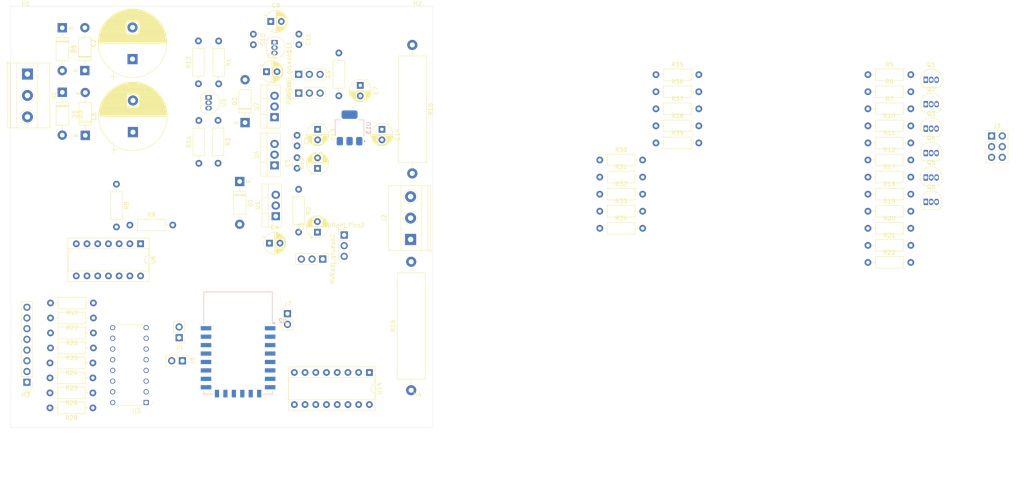
<source format=kicad_pcb>
(kicad_pcb (version 20240108) (generator "pcbnew") (generator_version "8.0")
  (layers (0 "F.Cu" signal) (31 "B.Cu" signal) (34 "B.Paste" user) (35 "F.Paste" user) (36 "B.SilkS" user "B.Silkscreen") (37 "F.SilkS" user "F.Silkscreen") (38 "B.Mask" user) (39 "F.Mask" user) (44 "Edge.Cuts" user))
  (net 0 "")
  (net 1 "+12V")
  (net 2 "DP")
  (net 3 "GND")
  (net 4 "Net-(U1-ADJ)")
  (net 5 "+5V")
  (net 6 "-12V")
  (net 7 "Net-(U7-ADJ)")
  (net 8 "-5V")
  (net 9 "+3V3")
  (net 10 "+12VA")
  (net 11 "-12VA")
  (net 12 "A0")
  (net 13 "Net-(Q1-B)")
  (net 14 "Net-(Q2-B)")
  (net 15 "A1")
  (net 16 "Net-(Q3-B)")
  (net 17 "A2")
  (net 18 "A3")
  (net 19 "Net-(Q4-B)")
  (net 20 "A4")
  (net 21 "Net-(Q5-B)")
  (net 22 "Net-(Q6-B)")
  (net 23 "A5")
  (net 24 "+1V2")
  (net 25 "-1V2")
  (net 26 "Dig0+")
  (net 27 "Dig1+")
  (net 28 "Net-(U6A--)")
  (net 29 "Dig2+")
  (net 30 "Dig0-")
  (net 31 "Dig1-")
  (net 32 "Dig2-")
  (net 33 "Net-(RVRadj_grueso1-Pad3)")
  (net 34 "TX_esp")
  (net 35 "RX_esp")
  (net 37 "G")
  (net 38 "C")
  (net 39 "D")
  (net 40 "B")
  (net 41 "E")
  (net 42 "A")
  (net 43 "F")
  (net 44 "Net-(RVRadj_fino2-Pad2)")
  (net 45 "A_mux")
  (net 46 "B_mux")
  (net 48 "Vadc")
  (net 52 "Io1+")
  (net 53 "Io1-")
  (net 54 "Vout-")
  (net 55 "Vout+")
  (net 56 "Net-(U2-GPIO4)")
  (net 57 "Vadc-")
  (net 58 "Net-(U6C-+)")
  (net 59 "Net-(U6B-+)")
  (net 60 "Net-(U6B--)")
  (net 61 "Iadc-")
  (net 62 "Net-(U6D-+)")
  (net 63 "Net-(U6D--)")
  (net 64 "Iadc+")
  (net 65 "Vadc+")
  (net 66 "Net-(U3-A)")
  (net 67 "Net-(U3-B)")
  (net 68 "Net-(U3-C)")
  (net 69 "Net-(U3-D)")
  (net 70 "Net-(U3-E)")
  (net 71 "Net-(U3-F)")
  (net 72 "Net-(U3-G)")
  (net 73 "BCD_D")
  (net 74 "BCD_A")
  (net 75 "BCD_B")
  (net 76 "BCD_C")
  (net 81 "Net-(J6-Pin_1)")
  (net 82 "Net-(J7-Pin_2)")
  (footprint "Capacitor_THT:CP_Radial_D5.0mm_P2.50mm" (layer "F.Cu") (at 81.66 23.645)
    (property "Reference" "C9" (at 1.25 -3.75 360) (layer "F.SilkS"))
    (property "Value" "100uF")
    (pad "1" thru_hole rect (at 0 0) (size 1.6 1.6) (drill 0.8) (layers "*.Cu" "*.Mask") (net 3 "GND"))
    (pad "2" thru_hole circle (at 2.5 0) (size 1.6 1.6) (drill 0.8) (layers "*.Cu" "*.Mask") (net 6 "-12V"))
  )
  (footprint "Resistor_THT:R_Axial_DIN0207_L6.3mm_D2.5mm_P10.16mm_Horizontal" (layer "F.Cu") (at 223.18 56.51)
    (property "Reference" "R12" (at 5.08 -2.37 0) (layer "F.SilkS"))
    (property "Value" "1k")
    (pad "1" thru_hole circle (at 0 0) (size 1.6 1.6) (drill 0.8) (layers "*.Cu" "*.Mask") (net 31 "Dig1-"))
    (pad "2" thru_hole oval (at 10.16 0) (size 1.6 1.6) (drill 0.8) (layers "*.Cu" "*.Mask") (net 19 "Net-(Q4-B)"))
  )
  (footprint "Resistor_THT:R_Axial_DIN0207_L6.3mm_D2.5mm_P10.16mm_Horizontal" (layer "F.Cu") (at 223.18 76.76)
    (property "Reference" "R21" (at 5.08 -2.37 0) (layer "F.SilkS"))
    (property "Value" "10k")
    (pad "1" thru_hole circle (at 0 0) (size 1.6 1.6) (drill 0.8) (layers "*.Cu" "*.Mask") (net 5 "+5V"))
    (pad "2" thru_hole oval (at 10.16 0) (size 1.6 1.6) (drill 0.8) (layers "*.Cu" "*.Mask") (net 21 "Net-(Q5-B)"))
  )
  (footprint "Package_TO_SOT_THT:TO-92_Inline" (layer "F.Cu") (at 236.9 66.44)
    (property "Reference" "Q6" (at 1.27 -3.56 0) (layer "F.SilkS"))
    (property "Value" "BC327")
    (pad "1" thru_hole rect (at 0 0) (size 1.05 1.5) (drill 0.75) (layers "*.Cu" "*.Mask") (net 5 "+5V"))
    (pad "2" thru_hole oval (at 1.27 0) (size 1.05 1.5) (drill 0.75) (layers "*.Cu" "*.Mask") (net 22 "Net-(Q6-B)"))
    (pad "3" thru_hole oval (at 2.54 0) (size 1.05 1.5) (drill 0.75) (layers "*.Cu" "*.Mask") (net 23 "A5"))
  )
  (footprint "Resistor_THT:R_Axial_Power_L25.0mm_W6.4mm_P30.48mm" (layer "F.Cu") (at 114.935 111.13 90)
    (property "Reference" "R15" (at 15.24 -4.32 90) (layer "F.SilkS"))
    (property "Value" "E100")
    (pad "1" thru_hole circle (at 0 0 90) (size 2.4 2.4) (drill 1.2) (layers "*.Cu" "*.Mask") (net 52 "Io1+"))
    (pad "2" thru_hole oval (at 30.48 0 90) (size 2.4 2.4) (drill 1.2) (layers "*.Cu" "*.Mask") (net 55 "Vout+"))
  )
  (footprint "Resistor_THT:R_Axial_DIN0207_L6.3mm_D2.5mm_P10.16mm_Horizontal" (layer "F.Cu") (at 39.497 115.316 180)
    (property "Reference" "R28" (at 5.08 -2.37 360) (layer "F.SilkS"))
    (property "Value" "120")
    (pad "1" thru_hole circle (at 0 0 180) (size 1.6 1.6) (drill 0.8) (layers "*.Cu" "*.Mask") (net 71 "Net-(U3-F)"))
    (pad "2" thru_hole oval (at 10.16 0 180) (size 1.6 1.6) (drill 0.8) (layers "*.Cu" "*.Mask") (net 43 "F"))
  )
  (footprint "Package_DIP:CERDIP-16_W7.62mm_SideBrazed_Socket" (layer "F.Cu") (at 105.029 106.911 -90)
    (property "Reference" "U14" (at 3.81 -2.33 90) (layer "F.SilkS"))
    (property "Value" "CD4051B")
    (pad "1" thru_hole rect (at 0 0 270) (size 1.6 1.6) (drill 0.8) (layers "*.Cu" "*.Mask"))
    (pad "2" thru_hole circle (at 0 2.54 270) (size 1.6 1.6) (drill 0.8) (layers "*.Cu" "*.Mask"))
    (pad "3" thru_hole circle (at 0 5.08 270) (size 1.6 1.6) (drill 0.8) (layers "*.Cu" "*.Mask") (net 48 "Vadc"))
    (pad "4" thru_hole circle (at 0 7.62 270) (size 1.6 1.6) (drill 0.8) (layers "*.Cu" "*.Mask"))
    (pad "5" thru_hole circle (at 0 10.16 270) (size 1.6 1.6) (drill 0.8) (layers "*.Cu" "*.Mask"))
    (pad "6" thru_hole circle (at 0 12.7 270) (size 1.6 1.6) (drill 0.8) (layers "*.Cu" "*.Mask") (net 3 "GND"))
    (pad "7" thru_hole circle (at 0 15.24 270) (size 1.6 1.6) (drill 0.8) (layers "*.Cu" "*.Mask") (net 3 "GND"))
    (pad "8" thru_hole circle (at 0 17.78 270) (size 1.6 1.6) (drill 0.8) (layers "*.Cu" "*.Mask") (net 3 "GND"))
    (pad "9" thru_hole circle (at 7.62 17.78 270) (size 1.6 1.6) (drill 0.8) (layers "*.Cu" "*.Mask") (net 3 "GND"))
    (pad "10" thru_hole circle (at 7.62 15.24 270) (size 1.6 1.6) (drill 0.8) (layers "*.Cu" "*.Mask") (net 46 "B_mux"))
    (pad "11" thru_hole circle (at 7.62 12.7 270) (size 1.6 1.6) (drill 0.8) (layers "*.Cu" "*.Mask") (net 45 "A_mux"))
    (pad "12" thru_hole circle (at 7.62 10.16 270) (size 1.6 1.6) (drill 0.8) (layers "*.Cu" "*.Mask") (net 61 "Iadc-"))
    (pad "13" thru_hole circle (at 7.62 7.62 270) (size 1.6 1.6) (drill 0.8) (layers "*.Cu" "*.Mask") (net 65 "Vadc+"))
    (pad "14" thru_hole circle (at 7.62 5.08 270) (size 1.6 1.6) (drill 0.8) (layers "*.Cu" "*.Mask") (net 57 "Vadc-"))
    (pad "15" thru_hole circle (at 7.62 2.54 270) (size 1.6 1.6) (drill 0.8) (layers "*.Cu" "*.Mask") (net 64 "Iadc+"))
    (pad "16" thru_hole circle (at 7.62 0 270) (size 1.6 1.6) (drill 0.8) (layers "*.Cu" "*.Mask") (net 5 "+5V"))
  )
  (footprint "Resistor_THT:R_Axial_DIN0207_L6.3mm_D2.5mm_P10.16mm_Horizontal" (layer "F.Cu") (at 172.94 52.46)
    (property "Reference" "R39" (at 5.08 -2.37 0) (layer "F.SilkS"))
    (property "Value" "10k")
    (pad "1" thru_hole circle (at 0 0) (size 1.6 1.6) (drill 0.8) (layers "*.Cu" "*.Mask") (net 63 "Net-(U6D--)"))
    (pad "2" thru_hole oval (at 10.16 0) (size 1.6 1.6) (drill 0.8) (layers "*.Cu" "*.Mask") (net 64 "Iadc+"))
  )
  (footprint "Resistor_THT:R_Axial_DIN0207_L6.3mm_D2.5mm_P10.16mm_Horizontal" (layer "F.Cu") (at 223.18 60.56)
    (property "Reference" "R17" (at 5.08 -2.37 0) (layer "F.SilkS"))
    (property "Value" "10k")
    (pad "1" thru_hole circle (at 0 0) (size 1.6 1.6) (drill 0.8) (layers "*.Cu" "*.Mask") (net 5 "+5V"))
    (pad "2" thru_hole oval (at 10.16 0) (size 1.6 1.6) (drill 0.8) (layers "*.Cu" "*.Mask") (net 16 "Net-(Q3-B)"))
  )
  (footprint "Connector_PinHeader_2.54mm:PinHeader_1x03_P2.54mm_Vertical" (layer "F.Cu") (at 93.98 80.01 -90)
    (property "Reference" "RVRadj_grueso2" (at 0 -2.33 90) (layer "F.SilkS"))
    (property "Value" "5k")
    (pad "1" thru_hole rect (at 0 0 270) (size 1.7 1.7) (drill 1) (layers "*.Cu" "*.Mask") (net 44 "Net-(RVRadj_fino2-Pad2)"))
    (pad "2" thru_hole oval (at 0 2.54 270) (size 1.7 1.7) (drill 1) (layers "*.Cu" "*.Mask") (net 25 "-1V2"))
    (pad "3" thru_hole oval (at 0 5.08 270) (size 1.7 1.7) (drill 1) (layers "*.Cu" "*.Mask") (net 25 "-1V2"))
  )
  (footprint "Package_TO_SOT_THT:TO-220-3_Vertical" (layer "F.Cu") (at 82.55 57.785 90)
    (property "Reference" "U4" (at 2.54 -4.27 90) (layer "F.SilkS"))
    (property "Value" "LM7805_TO220")
    (pad "1" thru_hole rect (at 0 0 90) (size 1.905 2) (drill 1.1) (layers "*.Cu" "*.Mask") (net 1 "+12V"))
    (pad "2" thru_hole oval (at 2.54 0 90) (size 1.905 2) (drill 1.1) (layers "*.Cu" "*.Mask") (net 3 "GND"))
    (pad "3" thru_hole oval (at 5.08 0 90) (size 1.905 2) (drill 1.1) (layers "*.Cu" "*.Mask") (net 5 "+5V"))
  )
  (footprint "Resistor_THT:R_Axial_DIN0207_L6.3mm_D2.5mm_P10.16mm_Horizontal" (layer "F.Cu") (at 64.615 57.295 90)
    (property "Reference" "R14" (at 5.08 -2.37 90) (layer "F.SilkS"))
    (property "Value" "10k")
    (pad "1" thru_hole circle (at 0 0 90) (size 1.6 1.6) (drill 0.8) (layers "*.Cu" "*.Mask") (net 3 "GND"))
    (pad "2" thru_hole oval (at 10.16 0 90) (size 1.6 1.6) (drill 0.8) (layers "*.Cu" "*.Mask") (net 25 "-1V2"))
  )
  (footprint "Package_TO_SOT_THT:TO-220-3_Vertical" (layer "F.Cu") (at 82.55 46.355 90)
    (property "Reference" "U7" (at 2.54 -4.27 90) (layer "F.SilkS"))
    (property "Value" "LM337_TO220")
    (pad "1" thru_hole rect (at 0 0 90) (size 1.905 2) (drill 1.1) (layers "*.Cu" "*.Mask") (net 7 "Net-(U7-ADJ)"))
    (pad "2" thru_hole oval (at 2.54 0 90) (size 1.905 2) (drill 1.1) (layers "*.Cu" "*.Mask") (net 6 "-12V"))
    (pad "3" thru_hole oval (at 5.08 0 90) (size 1.905 2) (drill 1.1) (layers "*.Cu" "*.Mask") (net 53 "Io1-"))
  )
  (footprint "Connector_PinHeader_2.54mm:PinHeader_1x03_P2.54mm_Vertical" (layer "F.Cu") (at 99.06 74.295)
    (property "Reference" "RVRadj_fino2" (at 0 -2.33 360) (layer "F.SilkS"))
    (property "Value" "500")
    (pad "1" thru_hole rect (at 0 0) (size 1.7 1.7) (drill 1) (layers "*.Cu" "*.Mask") (net 4 "Net-(U1-ADJ)"))
    (pad "2" thru_hole oval (at 0 2.54) (size 1.7 1.7) (drill 1) (layers "*.Cu" "*.Mask") (net 44 "Net-(RVRadj_fino2-Pad2)"))
    (pad "3" thru_hole oval (at 0 5.08) (size 1.7 1.7) (drill 1) (layers "*.Cu" "*.Mask") (net 44 "Net-(RVRadj_fino2-Pad2)"))
  )
  (footprint "Resistor_THT:R_Axial_DIN0207_L6.3mm_D2.5mm_P10.16mm_Horizontal" (layer "F.Cu") (at 97.79 41.275 90)
    (property "Reference" "R4" (at 5.08 -2.37 90) (layer "F.SilkS"))
    (property "Value" "510")
    (pad "1" thru_hole circle (at 0 0 90) (size 1.6 1.6) (drill 0.8) (layers "*.Cu" "*.Mask") (net 7 "Net-(U7-ADJ)"))
    (pad "2" thru_hole oval (at 10.16 0 90) (size 1.6 1.6) (drill 0.8) (layers "*.Cu" "*.Mask") (net 53 "Io1-"))
  )
  (footprint "TerminalBlock_Phoenix:TerminalBlock_Phoenix_MKDS-1,5-3-5.08_1x03_P5.08mm_Horizontal" (layer "F.Cu") (at 24 36.12 -90)
    (property "Reference" "J1" (at 5.08 -6.26 -90) (layer "F.SilkS"))
    (property "Value" "Fuente")
    (pad "1" thru_hole rect (at 0 0 270) (size 2.6 2.6) (drill 1.3) (layers "*.Cu" "*.Mask") (net 11 "-12VA"))
    (pad "2" thru_hole circle (at 5.08 0 270) (size 2.6 2.6) (drill 1.3) (layers "*.Cu" "*.Mask") (net 3 "GND"))
    (pad "3" thru_hole circle (at 10.16 0 270) (size 2.6 2.6) (drill 1.3) (layers "*.Cu" "*.Mask") (net 10 "+12VA"))
  )
  (footprint "Resistor_THT:R_Axial_DIN0207_L6.3mm_D2.5mm_P10.16mm_Horizontal" (layer "F.Cu") (at 39.624 90.424 180)
    (property "Reference" "R42" (at 5.08 -2.37 360) (layer "F.SilkS"))
    (property "Value" "120")
    (pad "1" thru_hole circle (at 0 0 180) (size 1.6 1.6) (drill 0.8) (layers "*.Cu" "*.Mask") (net 56 "Net-(U2-GPIO4)"))
    (pad "2" thru_hole oval (at 10.16 0 180) (size 1.6 1.6) (drill 0.8) (layers "*.Cu" "*.Mask") (net 2 "DP"))
  )
  (footprint "MountingHole:MountingHole_3.2mm_M3" (layer "F.Cu") (at 116.4 23.6)
    (property "Reference" "H2" (at 0 -4.2 0) (layer "F.SilkS"))
    (property "Value" "MountingHole")
    (pad "" np_thru_hole circle (at 0 0) (size 3.2 3.2) (drill 3.2) (layers "*.Cu" "*.Mask"))
  )
  (footprint "Package_TO_SOT_THT:TO-92_Inline" (layer "F.Cu") (at 82.55 28.575 -90)
    (property "Reference" "U11" (at 1.27 -3.56 90) (layer "F.SilkS"))
    (property "Value" "LM79L05")
    (pad "1" thru_hole rect (at 0 0 270) (size 1.05 1.5) (drill 0.75) (layers "*.Cu" "*.Mask") (net 3 "GND"))
    (pad "2" thru_hole oval (at 1.27 0 270) (size 1.05 1.5) (drill 0.75) (layers "*.Cu" "*.Mask") (net 6 "-12V"))
    (pad "3" thru_hole oval (at 2.54 0 270) (size 1.05 1.5) (drill 0.75) (layers "*.Cu" "*.Mask") (net 8 "-5V"))
  )
  (footprint "MountingHole:MountingHole_3.2mm_M3" (layer "F.Cu") (at 23.6 116.4)
    (property "Reference" "H3" (at 0 -4.2 0) (layer "F.SilkS"))
    (property "Value" "MountingHole")
    (pad "" np_thru_hole circle (at 0 0) (size 3.2 3.2) (drill 3.2) (layers "*.Cu" "*.Mask"))
  )
  (footprint "Resistor_THT:R_Axial_DIN0207_L6.3mm_D2.5mm_P10.16mm_Horizontal" (layer "F.Cu") (at 88.265 63.46 -90)
    (property "Reference" "R2" (at 5.08 -2.37 90) (layer "F.SilkS"))
    (property "Value" "510")
    (pad "1" thru_hole circle (at 0 0 270) (size 1.6 1.6) (drill 0.8) (layers "*.Cu" "*.Mask") (net 52 "Io1+"))
    (pad "2" thru_hole oval (at 10.16 0 270) (size 1.6 1.6) (drill 0.8) (layers "*.Cu" "*.Mask") (net 4 "Net-(U1-ADJ)"))
  )
  (footprint "Connector_PinHeader_2.54mm:PinHeader_1x02_P2.54mm_Vertical" (layer "F.Cu") (at 59.944 98.656 180)
    (property "Reference" "J5" (at 0 -2.33 360) (layer "F.SilkS"))
    (property "Value" "UART")
    (pad "1" thru_hole rect (at 0 0 180) (size 1.7 1.7) (drill 1) (layers "*.Cu" "*.Mask") (net 35 "RX_esp"))
    (pad "2" thru_hole oval (at 0 2.54 180) (size 1.7 1.7) (drill 1) (layers "*.Cu" "*.Mask") (net 34 "TX_esp"))
  )
  (footprint "Resistor_THT:R_Axial_DIN0207_L6.3mm_D2.5mm_P10.16mm_Horizontal" (layer "F.Cu") (at 223.18 40.31)
    (property "Reference" "R6" (at 5.08 -2.37 0) (layer "F.SilkS"))
    (property "Value" "1k")
    (pad "1" thru_hole circle (at 0 0) (size 1.6 1.6) (drill 0.8) (layers "*.Cu" "*.Mask") (net 30 "Dig0-"))
    (pad "2" thru_hole oval (at 10.16 0) (size 1.6 1.6) (drill 0.8) (layers "*.Cu" "*.Mask") (net 14 "Net-(Q2-B)"))
  )
  (footprint "Resistor_THT:R_Axial_DIN0207_L6.3mm_D2.5mm_P10.16mm_Horizontal" (layer "F.Cu") (at 159.63 60.56)
    (property "Reference" "R31" (at 5.08 -2.37 0) (layer "F.SilkS"))
    (property "Value" "10k")
    (pad "1" thru_hole circle (at 0 0) (size 1.6 1.6) (drill 0.8) (layers "*.Cu" "*.Mask") (net 55 "Vout+"))
    (pad "2" thru_hole oval (at 10.16 0) (size 1.6 1.6) (drill 0.8) (layers "*.Cu" "*.Mask") (net 58 "Net-(U6C-+)"))
  )
  (footprint "Resistor_THT:R_Axial_DIN0207_L6.3mm_D2.5mm_P10.16mm_Horizontal" (layer "F.Cu") (at 39.497 104.648 180)
    (property "Reference" "R24" (at 5.08 -2.37 360) (layer "F.SilkS"))
    (property "Value" "120")
    (pad "1" thru_hole circle (at 0 0 180) (size 1.6 1.6) (drill 0.8) (layers "*.Cu" "*.Mask") (net 67 "Net-(U3-B)"))
    (pad "2" thru_hole oval (at 10.16 0 180) (size 1.6 1.6) (drill 0.8) (layers "*.Cu" "*.Mask") (net 40 "B"))
  )
  (footprint "Resistor_THT:R_Axial_DIN0207_L6.3mm_D2.5mm_P10.16mm_Horizontal" (layer "F.Cu") (at 48.27 71.94)
    (property "Reference" "R9" (at 5.08 -2.37 360) (layer "F.SilkS"))
    (property "Value" "10k")
    (pad "1" thru_hole circle (at 0 0) (size 1.6 1.6) (drill 0.8) (layers "*.Cu" "*.Mask") (net 28 "Net-(U6A--)"))
    (pad "2" thru_hole oval (at 10.16 0) (size 1.6 1.6) (drill 0.8) (layers "*.Cu" "*.Mask") (net 57 "Vadc-"))
  )
  (footprint "Package_TO_SOT_THT:TO-92_Inline" (layer "F.Cu") (at 236.9 60.65)
    (property "Reference" "Q5" (at 1.27 -3.56 0) (layer "F.SilkS"))
    (property "Value" "BC327")
    (pad "1" thru_hole rect (at 0 0) (size 1.05 1.5) (drill 0.75) (layers "*.Cu" "*.Mask") (net 5 "+5V"))
    (pad "2" thru_hole oval (at 1.27 0) (size 1.05 1.5) (drill 0.75) (layers "*.Cu" "*.Mask") (net 21 "Net-(Q5-B)"))
    (pad "3" thru_hole oval (at 2.54 0) (size 1.05 1.5) (drill 0.75) (layers "*.Cu" "*.Mask") (net 17 "A2"))
  )
  (footprint "Capacitor_THT:CP_Radial_D5.0mm_P2.50mm" (layer "F.Cu") (at 80.645 35.56)
    (property "Reference" "C8" (at 1.25 -3.75 360) (layer "F.SilkS"))
    (property "Value" "1uF")
    (pad "1" thru_hole rect (at 0 0) (size 1.6 1.6) (drill 0.8) (layers "*.Cu" "*.Mask") (net 3 "GND"))
    (pad "2" thru_hole circle (at 2.5 0) (size 1.6 1.6) (drill 0.8) (layers "*.Cu" "*.Mask") (net 53 "Io1-"))
  )
  (footprint "Connector_PinHeader_2.54mm:PinHeader_2x03_P2.54mm_Vertical" (layer "F.Cu") (at 252.476 50.8)
    (property "Reference" "J3" (at 1.27 -2.33 0) (layer "F.SilkS"))
    (property "Value" "Anodos comunes")
    (pad "1" thru_hole rect (at 0 0) (size 1.7 1.7) (drill 1) (layers "*.Cu" "*.Mask") (net 12 "A0"))
    (pad "2" thru_hole oval (at 2.54 0) (size 1.7 1.7) (drill 1) (layers "*.Cu" "*.Mask") (net 15 "A1"))
    (pad "3" thru_hole oval (at 0 2.54) (size 1.7 1.7) (drill 1) (layers "*.Cu" "*.Mask") (net 17 "A2"))
    (pad "4" thru_hole oval (at 2.54 2.54) (size 1.7 1.7) (drill 1) (layers "*.Cu" "*.Mask") (net 18 "A3"))
    (pad "5" thru_hole oval (at 0 5.08) (size 1.7 1.7) (drill 1) (layers "*.Cu" "*.Mask") (net 20 "A4"))
    (pad "6" thru_hole oval (at 2.54 5.08) (size 1.7 1.7) (drill 1) (layers "*.Cu" "*.Mask") (net 23 "A5"))
  )
  (footprint "TerminalBlock_Phoenix:TerminalBlock_Phoenix_MKDS-1,5-3-5.08_1x03_P5.08mm_Horizontal" (layer "F.Cu") (at 114.8 75.36 90)
    (property "Reference" "J2" (at 5.08 -6.26 90) (layer "F.SilkS"))
    (property "Value" "Salida")
    (pad "1" thru_hole rect (at 0 0 90) (size 2.6 2.6) (drill 1.3) (layers "*.Cu" "*.Mask") (net 55 "Vout+"))
    (pad "2" thru_hole circle (at 5.08 0 90) (size 2.6 2.6) (drill 1.3) (layers "*.Cu" "*.Mask") (net 3 "GND"))
    (pad "3" thru_hole circle (at 10.16 0 90) (size 2.6 2.6) (drill 1.3) (layers "*.Cu" "*.Mask") (net 54 "Vout-"))
  )
  (footprint "Resistor_THT:R_Axial_DIN0207_L6.3mm_D2.5mm_P10.16mm_Horizontal" (layer "F.Cu") (at 223.18 36.26)
    (property "Reference" "R5" (at 5.08 -2.37 0) (layer "F.SilkS"))
    (property "Value" "1k")
    (pad "1" thru_hole circle (at 0 0) (size 1.6 1.6) (drill 0.8) (layers "*.Cu" "*.Mask") (net 26 "Dig0+"))
    (pad "2" thru_hole oval (at 10.16 0) (size 1.6 1.6) (drill 0.8) (layers "*.Cu" "*.Mask") (net 13 "Net-(Q1-B)"))
  )
  (footprint "Resistor_THT:R_Axial_DIN0207_L6.3mm_D2.5mm_P10.16mm_Horizontal" (layer "F.Cu") (at 159.63 72.71)
    (property "Reference" "R34" (at 5.08 -2.37 0) (layer "F.SilkS"))
    (property "Value" "10k")
    (pad "1" thru_hole circle (at 0 0) (size 1.6 1.6) (drill 0.8) (layers "*.Cu" "*.Mask") (net 54 "Vout-"))
    (pad "2" thru_hole oval (at 10.16 0) (size 1.6 1.6) (drill 0.8) (layers "*.Cu" "*.Mask") (net 60 "Net-(U6B--)"))
  )
  (footprint "MountingHole:MountingHole_3.2mm_M3" (layer "F.Cu") (at 23.6 23.6)
    (property "Reference" "H1" (at 0 -4.2 0) (layer "F.SilkS"))
    (property "Value" "MountingHole")
    (pad "" np_thru_hole circle (at 0 0) (size 3.2 3.2) (drill 3.2) (layers "*.Cu" "*.Mask"))
  )
  (footprint "Resistor_THT:R_Axial_DIN0207_L6.3mm_D2.5mm_P10.16mm_Horizontal" (layer "F.Cu") (at 159.63 68.66)
    (property "Reference" "R33" (at 5.08 -2.37 0) (layer "F.SilkS"))
    (property "Value" "47k")
    (pad "1" thru_hole circle (at 0 0) (size 1.6 1.6) (drill 0.8) (layers "*.Cu" "*.Mask") (net 59 "Net-(U6B-+)"))
    (pad "2" thru_hole oval (at 10.16 0) (size 1.6 1.6) (drill 0.8) (layers "*.Cu" "*.Mask") (net 3 "GND"))
  )
  (footprint "Resistor_THT:R_Axial_DIN0207_L6.3mm_D2.5mm_P10.16mm_Horizontal" (layer "F.Cu") (at 39.624 97.536 180)
    (property "Reference" "R26" (at 5.08 -2.37 360) (layer "F.SilkS"))
    (property "Value" "120")
    (pad "1" thru_hole circle (at 0 0 180) (size 1.6 1.6) (drill 0.8) (layers "*.Cu" "*.Mask") (net 69 "Net-(U3-D)"))
    (pad "2" thru_hole oval (at 10.16 0 180) (size 1.6 1.6) (drill 0.8) (layers "*.Cu" "*.Mask") (net 39 "D"))
  )
  (footprint "Capacitor_THT:CP_Radial_D5.0mm_P2.50mm" (layer "F.Cu") (at 92.765 49.229888 -90)
    (property "Reference" "C13" (at 1.25 -3.75 90) (layer "F.SilkS"))
    (property "Value" "10uF")
    (pad "1" thru_hole rect (at 0 0 270) (size 1.6 1.6) (drill 0.8) (layers "*.Cu" "*.Mask") (net 5 "+5V"))
    (pad "2" thru_hole circle (at 2.5 0 270) (size 1.6 1.6) (drill 0.8) (layers "*.Cu" "*.Mask") (net 3 "GND"))
  )
  (footprint "Connector_PinHeader_2.54mm:PinHeader_1x03_P2.54mm_Vertical" (layer "F.Cu") (at 88.265 36.195 90)
    (property "Reference" "RVRadj_grueso1" (at 0 -2.33 90) (layer "F.SilkS"))
    (property "Value" "5k")
    (pad "1" thru_hole rect (at 0 0 90) (size 1.7 1.7) (drill 1) (layers "*.Cu" "*.Mask") (net 24 "+1V2"))
    (pad "2" thru_hole oval (at 0 2.54 90) (size 1.7 1.7) (drill 1) (layers "*.Cu" "*.Mask") (net 24 "+1V2"))
    (pad "3" thru_hole oval (at 0 5.08 90) (size 1.7 1.7) (drill 1) (layers "*.Cu" "*.Mask") (net 33 "Net-(RVRadj_grueso1-Pad3)"))
  )
  (footprint "Package_TO_SOT_THT:TO-220-3_Vertical" (layer "F.Cu") (at 82.845 69.85 90)
    (property "Reference" "U1" (at 2.54 -4.27 90) (layer "F.SilkS"))
    (property "Value" "LM317_TO-220")
    (pad "1" thru_hole rect (at 0 0 90) (size 1.905 2) (drill 1.1) (layers "*.Cu" "*.Mask") (net 4 "Net-(U1-ADJ)"))
    (pad "2" thru_hole oval (at 2.54 0 90) (size 1.905 2) (drill 1.1) (layers "*.Cu" "*.Mask") (net 52 "Io1+"))
    (pad "3" thru_hole oval (at 5.08 0 90) (size 1.905 2) (drill 1.1) (layers "*.Cu" "*.Mask") (net 1 "+12V"))
  )
  (footprint "Capacitor_THT:CP_Radial_D5.0mm_P2.50mm" (layer "F.Cu") (at 102.87 38.799888 -90)
    (property "Reference" "C7" (at 1.25 -3.75 90) (layer "F.SilkS"))
    (property "Value" "10uF")
    (pad "1" thru_hole rect (at 0 0 270) (size 1.6 1.6) (drill 0.8) (layers "*.Cu" "*.Mask") (net 3 "GND"))
    (pad "2" thru_hole circle (at 2.5 0 270) (size 1.6 1.6) (drill 0.8) (layers "*.Cu" "*.Mask") (net 7 "Net-(U7-ADJ)"))
  )
  (footprint "Package_TO_SOT_THT:TO-92_Inline" (layer "F.Cu") (at 236.9 37.49)
    (property "Reference" "Q1" (at 1.27 -3.56 0) (layer "F.SilkS"))
    (property "Value" "BC327")
    (pad "1" thru_hole rect (at 0 0) (size 1.05 1.5) (drill 0.75) (layers "*.Cu" "*.Mask") (net 5 "+5V"))
    (pad "2" thru_hole oval (at 1.27 0) (size 1.05 1.5) (drill 0.75) (layers "*.Cu" "*.Mask") (net 13 "Net-(Q1-B)"))
    (pad "3" thru_hole oval (at 2.54 0) (size 1.05 1.5) (drill 0.75) (layers "*.Cu" "*.Mask") (net 12 "A0"))
  )
  (footprint "MountingHole:MountingHole_3.2mm_M3" (layer "F.Cu") (at 116.4 116.4)
    (property "Reference" "H4" (at 0 -4.2 0) (layer "F.SilkS"))
    (property "Value" "MountingHole")
    (pad "" np_thru_hole circle (at 0 0) (size 3.2 3.2) (drill 3.2) (layers "*.Cu" "*.Mask"))
  )
  (footprint "Resistor_THT:R_Axial_DIN0207_L6.3mm_D2.5mm_P10.16mm_Horizontal" (layer "F.Cu") (at 39.497 111.76 180)
    (property "Reference" "R29" (at 5.08 -2.37 360) (layer "F.SilkS"))
    (property "Value" "120")
    (pad "1" thru_hole circle (at 0 0 180) (size 1.6 1.6) (drill 0.8) (layers "*.Cu" "*.Mask") (net 72 "Net-(U3-G)"))
    (pad "2" thru_hole oval (at 10.16 0 180) (size 1.6 1.6) (drill 0.8) (layers "*.Cu" "*.Mask") (net 37 "G"))
  )
  (footprint "Connector_PinHeader_2.54mm:PinHeader_1x02_P2.54mm_Vertical" (layer "F.Cu") (at 85.618 92.964)
    (property "Reference" "J7" (at 0 -2.33 360) (layer "F.SilkS"))
    (property "Value" "RST")
    (pad "1" thru_hole rect (at 0 0) (size 1.7 1.7) (drill 1) (layers "*.Cu" "*.Mask") (net 3 "GND"))
    (pad "2" thru_hole oval (at 0 2.54) (size 1.7 1.7) (drill 1) (layers "*.Cu" "*.Mask") (net 82 "Net-(J7-Pin_2)"))
  )
  (footprint "Resistor_THT:R_Axial_DIN0207_L6.3mm_D2.5mm_P10.16mm_Horizontal" (layer "F.Cu") (at 69.315 28.275 -90)
    (property "Reference" "R1" (at 5.08 -2.37 90) (layer "F.SilkS"))
    (property "Value" "47k")
    (pad "1" thru_hole circle (at 0 0 270) (size 1.6 1.6) (drill 0.8) (layers "*.Cu" "*.Mask") (net 5 "+5V"))
    (pad "2" thru_hole oval (at 10.16 0 270) (size 1.6 1.6) (drill 0.8) (layers "*.Cu" "*.Mask") (net 24 "+1V2"))
  )
  (footprint "Resistor_THT:R_Axial_DIN0207_L6.3mm_D2.5mm_P10.16mm_Horizontal" (layer "F.Cu") (at 69.165 47.105 -90)
    (property "Reference" "R3" (at 5.08 -2.37 90) (layer "F.SilkS"))
    (property "Value" "47k")
    (pad "1" thru_hole circle (at 0 0 270) (size 1.6 1.6) (drill 0.8) (layers "*.Cu" "*.Mask") (net 25 "-1V2"))
    (pad "2" thru_hole oval (at 10.16 0 270) (size 1.6 1.6) (drill 0.8) (layers "*.Cu" "*.Mask") (net 8 "-5V"))
  )
  (footprint "Diode_THT:D_DO-41_SOD81_P10.16mm_Horizontal" (layer "F.Cu") (at 32.25 40.45 -90)
    (property "Reference" "D3" (at 5.28 -4.22 90) (layer "F.SilkS"))
    (property "Value" "1N4007")
    (fp_text user "K" (at 0.2 -3.85 90) (layer "F.SilkS"))
    (pad "1" thru_hole rect (at 0 0 270) (size 2.2 2.2) (drill 1.1) (layers "*.Cu" "*.Mask") (net 1 "+12V"))
    (pad "2" thru_hole oval (at 10.16 0 270) (size 2.2 2.2) (drill 1.1) (layers "*.Cu" "*.Mask") (net 10 "+12VA"))
  )
  (footprint "Package_TO_SOT_THT:TO-92_Inline" (layer "F.Cu") (at 236.9 49.07)
    (property "Reference" "Q3" (at 1.27 -3.56 0) (layer "F.SilkS"))
    (property "Value" "BC327")
    (pad "1" thru_hole rect (at 0 0) (size 1.05 1.5) (drill 0.75) (layers "*.Cu" "*.Mask") (net 5 "+5V"))
    (pad "2" thru_hole oval (at 1.27 0) (size 1.05 1.5) (drill 0.75) (layers "*.Cu" "*.Mask") (net 16 "Net-(Q3-B)"))
    (pad "3" thru_hole oval (at 2.54 0) (size 1.05 1.5) (drill 0.75) (layers "*.Cu" "*.Mask") (net 15 "A1"))
  )
  (footprint "Package_TO_SOT_THT:TO-92_Inline" (layer "F.Cu") (at 236.9 43.28)
    (property "Reference" "Q2" (at 1.27 -3.56 0) (layer "F.SilkS"))
    (property "Value" "BC327")
    (pad "1" thru_hole rect (at 0 0) (size 1.05 1.5) (drill 0.75) (layers "*.Cu" "*.Mask") (net 5 "+5V"))
    (pad "2" thru_hole oval (at 1.27 0) (size 1.05 1.5) (drill 0.75) (layers "*.Cu" "*.Mask") (net 14 "Net-(Q2-B)"))
    (pad "3" thru_hole oval (at 2.54 0) (size 1.05 1.5) (drill 0.75) (layers "*.Cu" "*.Mask") (net 18 "A3"))
  )
  (footprint "Resistor_THT:R_Axial_DIN0207_L6.3mm_D2.5mm_P10.16mm_Horizontal" (layer "F.Cu") (at 223.18 72.71)
    (property "Reference" "R20" (at 5.08 -2.37 0) (layer "F.SilkS"))
    (property "Value" "1k")
    (pad "1" thru_hole circle (at 0 0) (size 1.6 1.6) (drill 0.8) (layers "*.Cu" "*.Mask") (net 32 "Dig2-"))
    (pad "2" thru_hole oval (at 10.16 0) (size 1.6 1.6) (drill 0.8) (layers "*.Cu" "*.Mask") (net 22 "Net-(Q6-B)"))
  )
  (footprint "Capacitor_THT:CP_Radial_D5.0mm_P2.50mm" (layer "F.Cu") (at 81.344888 76.225)
    (property "Reference" "C4" (at 1.25 -3.75 0) (layer "F.SilkS"))
    (property "Value" "1uF")
    (pad "1" thru_hole rect (at 0 0) (size 1.6 1.6) (drill 0.8) (layers "*.Cu" "*.Mask") (net 52 "Io1+"))
    (pad "2" thru_hole circle (at 2.5 0) (size 1.6 1.6) (drill 0.8) (layers "*.Cu" "*.Mask") (net 3 "GND"))
  )
  (footprint "Resistor_THT:R_Axial_DIN0207_L6.3mm_D2.5mm_P10.16mm_Horizontal" (layer "F.Cu") (at 39.497 108.204 180)
    (property "Reference" "R23" (at 5.08 -2.37 360) (layer "F.SilkS"))
    (property "Value" "120")
    (pad "1" thru_hole circle (at 0 0 180) (size 1.6 1.6) (drill 0.8) (layers "*.Cu" "*.Mask") (net 66 "Net-(U3-A)"))
    (pad "2" thru_hole oval (at 10.16 0 180) (size 1.6 1.6) (drill 0.8) (layers "*.Cu" "*.Mask") (net 42 "A"))
  )
  (footprint "Package_DIP:CERDIP-14_W7.62mm_SideBrazed_Socket" (layer "F.Cu") (at 50.81 76.385 -90)
    (property "Reference" "U6" (at 3.81 -2.965 90) (layer "F.SilkS"))
    (property "Value" "LM324")
    (pad "1" thru_hole rect (at 0 0 270) (size 1.6 1.6) (drill 0.8) (layers "*.Cu" "*.Mask") (net 57 "Vadc-"))
    (pad "2" thru_hole circle (at 0 2.54 270) (size 1.6 1.6) (drill 0.8) (layers "*.Cu" "*.Mask") (net 28 "Net-(U6A--)"))
    (pad "3" thru_hole circle (at 0 5.08 270) (size 1.6 1.6) (drill 0.8) (layers "*.Cu" "*.Mask") (net 3 "GND"))
    (pad "4" thru_hole circle (at 0 7.62 270) (size 1.6 1.6) (drill 0.8) (layers "*.Cu" "*.Mask") (net 1 "+12V"))
    (pad "5" thru_hole circle (at 0 10.16 270) (size 1.6 1.6) (drill 0.8) (layers "*.Cu" "*.Mask") (net 59 "Net-(U6B-+)"))
    (pad "6" thru_hole circle (at 0 12.7 270) (size 1.6 1.6) (drill 0.8) (layers "*.Cu" "*.Mask") (net 60 "Net-(U6B--)"))
    (pad "7" thru_hole circle (at 0 15.24 270) (size 1.6 1.6) (drill 0.8) (layers "*.Cu" "*.Mask") (net 61 "Iadc-"))
    (pad "8" thru_hole circle (at 7.62 15.24 270) (size 1.6 1.6) (drill 0.8) (layers "*.Cu" "*.Mask") (net 65 "Vadc+"))
    (pad "9" thru_hole circle (at 7.62 12.7 270) (size 1.6 1.6) (drill 0.8) (layers "*.Cu" "*.Mask") (net 65 "Vadc+"))
    (pad "10" thru_hole circle (at 7.62 10.16 270) (size 1.6 1.6) (drill 0.8) (layers "*.Cu" "*.Mask") (net 58 "Net-(U6C-+)"))
    (pad "11" thru_hole circle (at 7.62 7.62 270) (size 1.6 1.6) (drill 0.8) (layers "*.Cu" "*.Mask") (net 3 "GND"))
    (pad "12" thru_hole circle (at 7.62 5.08 270) (size 1.6 1.6) (drill 0.8) (layers "*.Cu" "*.Mask") (net 62 "Net-(U6D-+)"))
    (pad "13" thru_hole circle (at 7.62 2.54 270) (size 1.6 1.6) (drill 0.8) (layers "*.Cu" "*.Mask") (net 63 "Net-(U6D--)"))
    (pad "14" thru_hole circle (at 7.62 0 270) (size 1.6 1.6) (drill 0.8) (layers "*.Cu" "*.Mask") (net 64 "Iadc+"))
  )
  (footprint "Resistor_THT:R_Axial_DIN0207_L6.3mm_D2.5mm_P10.16mm_Horizontal" (layer "F.Cu") (at 159.63 64.61)
    (property "Reference" "R32" (at 5.08 -2.37 0) (layer "F.SilkS"))
    (property "Value" "10k")
    (pad "1" thru_hole circle (at 0 0) (size 1.6 1.6) (drill 0.8) (layers "*.Cu" "*.Mask") (net 53 "Io1-"))
    (pad "2" thru_hole oval (at 10.16 0) (size 1.6 1.6) (drill 0.8) (layers "*.Cu" "*.Mask") (net 59 "Net-(U6B-+)"))
  )
  (footprint "Resistor_THT:R_Axial_DIN0207_L6.3mm_D2.5mm_P10.16mm_Horizontal" (layer "F.Cu") (at 223.18 68.66)
    (property "Reference" "R19" (at 5.08 -2.37 0) (layer "F.SilkS"))
    (property "Value" "1k")
    (pad "1" thru_hole circle (at 0 0) (size 1.6 1.6) (drill 0.8) (layers "*.Cu" "*.Mask") (net 29 "Dig2+"))
    (pad "2" thru_hole oval (at 10.16 0) (size 1.6 1.6) (drill 0.8) (layers "*.Cu" "*.Mask") (net 21 "Net-(Q5-B)"))
  )
  (footprint "Capacitor_THT:C_Disc_D3.0mm_W2.0mm_P2.50mm" (layer "F.Cu") (at 88.325 26.64 -90)
    (property "Reference" "C11" (at 1.25 -2.25 90) (layer "F.SilkS"))
    (property "Value" "0,1uF")
    (pad "1" thru_hole circle (at 0 0 270) (size 1.6 1.6) (drill 0.8) (layers "*.Cu" "*.Mask") (net 3 "GND"))
    (pad "2" thru_hole circle (at 2.5 0 270) (size 1.6 1.6) (drill 0.8) (layers "*.Cu" "*.Mask") (net 8 "-5V"))
  )
  (footprint "Capacitor_THT:CP_Radial_D16.0mm_P7.50mm" (layer "F.Cu") (at 49 49.9 90)
    (property "Reference" "C6" (at 3.75 -9.25 90) (layer "F.SilkS"))
    (property "Value" "2200uF")
    (pad "1" thru_hole rect (at 0 0 90) (size 2.4 2.4) (drill 1.2) (layers "*.Cu" "*.Mask") (net 3 "GND"))
    (pad "2" thru_hole circle (at 7.5 0 90) (size 2.4 2.4) (drill 1.2) (layers "*.Cu" "*.Mask") (net 6 "-12V"))
  )
  (footprint "Resistor_THT:R_Axial_DIN0207_L6.3mm_D2.5mm_P10.16mm_Horizontal" (layer "F.Cu") (at 223.18 48.41)
    (property "Reference" "R10" (at 5.08 -2.37 0) (layer "F.SilkS"))
    (property "Value" "10k")
    (pad "1" thru_hole circle (at 0 0) (size 1.6 1.6) (drill 0.8) (layers "*.Cu" "*.Mask") (net 5 "+5V"))
    (pad "2" thru_hole oval (at 10.16 0) (size 1.6 1.6) (drill 0.8) (layers "*.Cu" "*.Mask") (net 14 "Net-(Q2-B)"))
  )
  (footprint "Resistor_THT:R_Axial_DIN0207_L6.3mm_D2.5mm_P10.16mm_Horizontal" (layer "F.Cu") (at 172.94 48.41)
    (property "Reference" "R38" (at 5.08 -2.37 0) (layer "F.SilkS"))
    (property "Value" "47k")
    (pad "1" thru_hole circle (at 0 0) (size 1.6 1.6) (drill 0.8) (layers "*.Cu" "*.Mask") (net 62 "Net-(U6D-+)"))
    (pad "2" thru_hole oval (at 10.16 0) (size 1.6 1.6) (drill 0.8) (layers "*.Cu" "*.Mask") (net 3 "GND"))
  )
  (footprint "Resistor_THT:R_Axial_DIN0207_L6.3mm_D2.5mm_P10.16mm_Horizontal" (layer "F.Cu") (at 64.515 38.415 90)
    (property "Reference" "R13" (at 5.08 -2.37 90) (layer "F.SilkS"))
    (property "Value" "10k")
    (pad "1" thru_hole circle (at 0 0 90) (size 1.6 1.6) (drill 0.8) (layers "*.Cu" "*.Mask") (net 24 "+1V2"))
    (pad "2" thru_hole oval (at 10.16 0 90) (size 1.6 1.6) (drill 0.8) (layers "*.Cu" "*.Mask") (net 3 "GND"))
  )
  (footprint "Resistor_THT:R_Axial_DIN0207_L6.3mm_D2.5mm_P10.16mm_Horizontal" (layer "F.Cu") (at 45.085 62.23 -90)
    (property "Reference" "R8" (at 5.08 -2.37 90) (layer "F.SilkS"))
    (property "Value" "10k")
    (pad "1" thru_hole circle (at 0 0 270) (size 1.6 1.6) (drill 0.8) (layers "*.Cu" "*.Mask") (net 54 "Vout-"))
    (pad "2" thru_hole oval (at 10.16 0 270) (size 1.6 1.6) (drill 0.8) (layers "*.Cu" "*.Mask") (net 28 "Net-(U6A--)"))
  )
  (footprint "Package_TO_SOT_THT:TO-92_Inline" (layer "F.Cu") (at 236.9 54.86)
    (property "Reference" "Q4" (at 1.27 -3.56 0) (layer "F.SilkS"))
    (property "Value" "BC327")
    (pad "1" thru_hole rect (at 0 0) (size 1.05 1.5) (drill 0.75) (layers "*.Cu" "*.Mask") (net 5 "+5V"))
    (pad "2" thru_hole oval (at 1.27 0) (size 1.05 1.5) (drill 0.75) (layers "*.Cu" "*.Mask") (net 19 "Net-(Q4-B)"))
    (pad "3" thru_hole oval (at 2.54 0) (size 1.05 1.5) (drill 0.75) (layers "*.Cu" "*.Mask") (net 20 "A4"))
  )
  (footprint "Resistor_THT:R_Axial_DIN0207_L6.3mm_D2.5mm_P10.16mm_Horizontal" (layer "F.Cu") (at 223.18 64.61)
    (property "Reference" "R18" (at 5.08 -2.37 0) (layer "F.SilkS"))
    (property "Value" "10k")
    (pad "1" thru_hole circle (at 0 0) (size 1.6 1.6) (drill 0.8) (layers "*.Cu" "*.Mask") (net 5 "+5V"))
    (pad "2" thru_hole oval (at 10.16 0) (size 1.6 1.6) (drill 0.8) (layers "*.Cu" "*.Mask") (net 19 "Net-(Q4-B)"))
  )
  (footprint "Diode_THT:D_DO-41_SOD81_P10.16mm_Horizontal" (layer "F.Cu") (at 74.295 61.595 -90)
    (property "Reference" "D1" (at 5.08 -2.47 90) (layer "F.SilkS"))
    (property "Value" "1N4007")
    (fp_text user "K" (at 0 -2.1 90) (layer "F.SilkS"))
    (pad "1" thru_hole rect (at 0 0 270) (size 2.2 2.2) (drill 1.1) (layers "*.Cu" "*.Mask") (net 1 "+12V"))
    (pad "2" thru_hole oval (at 10.16 0 270) (size 2.2 2.2) (drill 1.1) (layers "*.Cu" "*.Mask") (net 52 "Io1+"))
  )
  (footprint "Resistor_THT:R_Axial_DIN0207_L6.3mm_D2.5mm_P10.16mm_Horizontal" (layer "F.Cu") (at 223.18 52.46)
    (property "Reference" "R11" (at 5.08 -2.37 0) (layer "F.SilkS"))
    (property "Value" "1k")
    (pad "1" thru_hole circle (at 0 0) (size 1.6 1.6) (drill 0.8) (layers "*.Cu" "*.Mask") (net 27 "Dig1+"))
    (pad "2" thru_hole oval (at 10.16 0) (size 1.6 1.6) (drill 0.8) (layers "*.Cu" "*.Mask") (net 16 "Net-(Q3-B)"))
  )
  (footprint "Capacitor_THT:CP_Radial_D5.0mm_P2.50mm" (layer "F.Cu") (at 92.71 73.62 90)
    (property "Reference" "C3" (at 1.25 -3.75 90) (layer "F.SilkS"))
    (property "Value" "10uF")
    (pad "1" thru_hole rect (at 0 0 90) (size 1.6 1.6) (drill 0.8) (layers "*.Cu" "*.Mask") (net 4 "Net-(U1-ADJ)"))
    (pad "2" thru_hole circle (at 2.5 0 90) (size 1.6 1.6) (drill 0.8) (layers "*.Cu" "*.Mask") (net 3 "GND"))
  )
  (footprint "Capacitor_THT:C_Disc_D3.0mm_W2.0mm_P2.50mm" (layer "F.Cu") (at 77.53 26.66 -90)
    (property "Reference" "C10" (at 1.25 -2.25 90) (layer "F.SilkS"))
    (property "Value" "0,1uF")
    (pad "1" thru_hole circle (at 0 0 270) (size 1.6 1.6) (drill 0.8) (layers "*.Cu" "*.Mask") (net 3 "GND"))
    (pad "2" thru_hole circle (at 2.5 0 270) (size 1.6 1.6) (drill 0.8) (layers "*.Cu" "*.Mask") (net 6 "-12V"))
  )
  (footprint "Capacitor_THT:CP_Radial_D5.0mm_P2.50mm" (layer "F.Cu") (at 108.005 49.229888 -90)
    (property "Reference" "C14" (at 1.25 -3.75 90) (layer "F.SilkS"))
    (property "Value" "10uF")
    (pad "1" thru_hole rect (at 0 0 270) (size 1.6 1.6) (drill 0.8) (layers "*.Cu" "*.Mask") (net 9 "+3V3"))
    (pad "2" thru_hole circle (at 2.5 0 270) (size 1.6 1.6) (drill 0.8) (layers "*.Cu" "*.Mask") (net 3 "GND"))
  )
  (footprint "Connector_PinHeader_2.54mm:PinHeader_1x02_P2.54mm_Vertical" (layer "F.Cu") (at 60.726 104.14 -90)
    (property "Reference" "J6" (at 0 -2.33 90) (layer "F.SilkS"))
    (property "Value" "BOOT")
    (pad "1" thru_hole rect (at 0 0 270) (size 1.7 1.7) (drill 1) (layers "*.Cu" "*.Mask") (net 81 "Net-(J6-Pin_1)"))
    (pad "2" thru_hole oval (at 0 2.54 270) (size 1.7 1.7) (drill 1) (layers "*.Cu" "*.Mask") (net 3 "GND"))
  )
  (footprint "CA3161E:DIP793W45P254L1917H533Q16" (layer "F.Cu") (at 48.1635 105.156 180)
    (property "Reference" "U3" (at -1.6475 -10.87 360) (layer "F.SilkS"))
    (property "Value" "CA3161E")
    (pad "1" thru_hole rect (at -3.9675 -8.89 180) (size 1.21 1.21) (drill 0.86) (layers "*.Cu" "*.Mask") (net 75 "BCD_B"))
    (pad "2" thru_hole circle (at -3.9675 -6.35 180) (size 1.21 1.21) (drill 0.86) (layers "*.Cu" "*.Mask") (net 76 "BCD_C"))
    (pad "3" thru_hole circle (at -3.9675 -3.81 180) (size 1.21 1.21) (drill 0.86) (layers "*.Cu" "*.Mask"))
    (pad "4" thru_hole circle (at -3.9675 -1.27 180) (size 1.21 1.21) (drill 0.86) (layers "*.Cu" "*.Mask"))
    (pad "5" thru_hole circle (at -3.9675 1.27 180) (size 1.21 1.21) (drill 0.86) (layers "*.Cu" "*.Mask"))
    (pad "6" thru_hole circle (at -3.9675 3.81 180) (size 1.21 1.21) (drill 0.86) (layers "*.Cu" "*.Mask") (net 73 "BCD_D"))
    (pad "7" thru_hole circle (at -3.9675 6.35 180) (size 1.21 1.21) (drill 0.86) (layers "*.Cu" "*.Mask") (net 74 "BCD_A"))
    (pad "8" thru_hole circle (at -3.9675 8.89 180) (size 1.21 1.21) (drill 0.86) (layers "*.Cu" "*.Mask") (net 3 "GND"))
    (pad "9" thru_hole circle (at 3.9675 8.89 180) (size 1.21 1.21) (drill 0.86) (layers "*.Cu" "*.Mask") (net 70 "Net-(U3-E)"))
    (pad "10" thru_hole circle (at 3.9675 6.35 180) (size 1.21 1.21) (drill 0.86) (layers "*.Cu" "*.Mask") (net 69 "Net-(U3-D)"))
    (pad "11" thru_hole circle (at 3.9675 3.81 180) (size 1.21 1.21) (drill 0.86) (layers "*.Cu" "*.Mask") (net 68 "Net-(U3-C)"))
    (pad "12" thru_hole circle (at 3.9675 1.27 180) (size 1.21 1.21) (drill 0.86) (layers "*.Cu" "*.Mask") (net 67 "Net-(U3-B)"))
    (pad "13" thru_hole circle (at 3.9675 -1.27 180) (size 1.21 1.21) (drill 0.86) (layers "*.Cu" "*.Mask") (net 66 "Net-(U3-A)"))
    (pad "14" thru_hole circle (at 3.9675 -3.81 180) (size 1.21 1.21) (drill 0.86) (layers "*.Cu" "*.Mask") (net 72 "Net-(U3-G)"))
    (pad "15" thru_hole circle (at 3.9675 -6.35 180) (size 1.21 1.21) (drill 0.86) (layers "*.Cu" "*.Mask") (net 71 "Net-(U3-F)"))
    (pad "16" thru_hole circle (at 3.9675 -8.89 180) (size 1.21 1.21) (drill 0.86) (layers "*.Cu" "*.Mask") (net 5 "+5V"))
  )
  (footprint "Capacitor_THT:CP_Radial_D5.0mm_P2.50mm" (layer "F.Cu") (at 92.75 58.505112 90)
    (property "Reference" "C12" (at 1.25 -3.75 90) (layer "F.SilkS"))
    (property "Value" "100uF")
    (pad "1" thru_hole rect (at 0 0 90) (size 1.6 1.6) (drill 0.8) (layers "*.Cu" "*.Mask") (net 1 "+12V"))
    (pad "2" thru_hole circle (at 2.5 0 90) (size 1.6 1.6) (drill 0.8) (layers "*.Cu" "*.Mask") (net 3 "GND"))
  )
  (footprint "Diode_THT:D_DO-41_SOD81_P10.16mm_Horizontal" (layer "F.Cu") (at 75.565 47.625 90)
    (property "Reference" "D2" (at 5.08 -2.47 90) (layer "F.SilkS"))
    (property "Value" "1N4007")
    (fp_text user "K" (at 0 -2.1 90) (layer "F.SilkS"))
    (pad "1" thru_hole rect (at 0 0 90) (size 2.2 2.2) (drill 1.1) (layers "*.Cu" "*.Mask") (net 6 "-12V"))
    (pad "2" thru_hole oval (at 10.16 0 90) (size 2.2 2.2) (drill 1.1) (layers "*.Cu" "*.Mask") (net 53 "Io1-"))
  )
  (footprint "Resistor_THT:R_Axial_DIN0207_L6.3mm_D2.5mm_P10.16mm_Horizontal" (layer "F.Cu") (at 223.18 80.81)
    (property "Reference" "R22" (at 5.08 -2.37 0) (layer "F.SilkS"))
    (property "Value" "10k")
    (pad "1" thru_hole circle (at 0 0) (size 1.6 1.6) (drill 0.8) (layers "*.Cu" "*.Mask") (net 5 "+5V"))
    (pad "2" thru_hole oval (at 10.16 0) (size 1.6 1.6) (drill 0.8) (layers "*.Cu" "*.Mask") (net 22 "Net-(Q6-B)"))
  )
  (footprint "Resistor_THT:R_Axial_DIN0207_L6.3mm_D2.5mm_P10.16mm_Horizontal" (layer "F.Cu") (at 159.63 56.51)
    (property "Reference" "R30" (at 5.08 -2.37 0) (layer "F.SilkS"))
    (property "Value" "47k")
    (pad "1" thru_hole circle (at 0 0) (size 1.6 1.6) (drill 0.8) (layers "*.Cu" "*.Mask") (net 58 "Net-(U6C-+)"))
    (pad "2" thru_hole oval (at 10.16 0) (size 1.6 1.6) (drill 0.8) (layers "*.Cu" "*.Mask") (net 3 "GND"))
  )
  (footprint "Capacitor_THT:C_Disc_D3.0mm_W2.0mm_P2.50mm" (layer "F.Cu") (at 87.9 50.65 -90)
    (property "Reference" "C5" (at 1.25 -2.25 90) (layer "F.SilkS"))
    (property "Value" "0.1uF")
    (pad "1" thru_hole circle (at 0 0 270) (size 1.6 1.6) (drill 0.8) (layers "*.Cu" "*.Mask") (net 5 "+5V"))
    (pad "2" thru_hole circle (at 2.5 0 270) (size 1.6 1.6) (drill 0.8) (layers "*.Cu" "*.Mask") (net 3 "GND"))
  )
  (footprint "Resistor_THT:R_Axial_DIN0207_L6.3mm_D2.5mm_P10.16mm_Horizontal" (layer "F.Cu") (at 172.94 44.36)
    (property "Reference" "R37" (at 5.08 -2.37 0) (layer "F.SilkS"))
    (property "Value" "10k")
    (pad "1" thru_hole circle (at 0 0) (size 1.6 1.6) (drill 0.8) (layers "*.Cu" "*.Mask") (net 55 "Vout+"))
    (pad "2" thru_hole oval (at 10.16 0) (size 1.6 1.6) (drill 0.8) (layers "*.Cu" "*.Mask") (net 63 "Net-(U6D--)"))
  )
  (footprint "Diode_THT:D_DO-41_SOD81_P10.16mm_Horizontal" (layer "F.Cu") (at 32.25 25.15 -90)
    (property "Reference" "D4" (at 5.08 -2.47 90) (layer "F.SilkS"))
    (property "Value" "1N4007")
    (fp_text user "K" (at 0 -2.1 90) (layer "F.SilkS"))
    (pad "1" thru_hole rect (at 0 0 270) (size 2.2 2.2) (drill 1.1) (layers "*.Cu" "*.Mask") (net 1 "+12V"))
    (pad "2" thru_hole oval (at 10.16 0 270) (size 2.2 2.2) (drill 1.1) (layers "*.Cu" "*.Mask") (net 11 "-12VA"))
  )
  (footprint "Resistor_THT:R_Axial_DIN0207_L6.3mm_D2.5mm_P10.16mm_Horizontal" (layer "F.Cu") (at 39.624 93.98 180)
    (property "Reference" "R27" (at 5.08 -2.37 360) (layer "F.SilkS"))
    (property "Value" "120")
    (pad "1" thru_hole circle (at 0 0 180) (size 1.6 1.6) (drill 0.8) (layers "*.Cu" "*.Mask") (net 70 "Net-(U3-E)"))
    (pad "2" thru_hole oval (at 10.16 0 180) (size 1.6 1.6) (drill 0.8) (layers "*.Cu" "*.Mask") (net 41 "E"))
  )
  (footprint "Resistor_THT:R_Axial_DIN0207_L6.3mm_D2.5mm_P10.16mm_Horizontal" (layer "F.Cu") (at 172.94 40.31)
    (property "Reference" "R36" (at 5.08 -2.37 0) (layer "F.SilkS"))
    (property "Value" "10k")
    (pad "1" thru_hole circle (at 0 0) (size 1.6 1.6) (drill 0.8) (layers "*.Cu" "*.Mask") (net 52 "Io1+"))
    (pad "2" thru_hole oval (at 10.16 0) (size 1.6 1.6) (drill 0.8) (layers "*.Cu" "*.Mask") (net 62 "Net-(U6D-+)"))
  )
  (footprint "Resistor_THT:R_Axial_DIN0207_L6.3mm_D2.5mm_P10.16mm_Horizontal" (layer "F.Cu") (at 223.18 44.36)
    (property "Reference" "R7" (at 5.08 -2.37 0) (layer "F.SilkS"))
    (property "Value" "10k")
    (pad "1" thru_hole circle (at 0 0) (size 1.6 1.6) (drill 0.8) (layers "*.Cu" "*.Mask") (net 5 "+5V"))
    (pad "2" thru_hole oval (at 10.16 0) (size 1.6 1.6) (drill 0.8) (layers "*.Cu" "*.Mask") (net 13 "Net-(Q1-B)"))
  )
  (footprint "Diode_THT:D_DO-41_SOD81_P10.16mm_Horizontal" (layer "F.Cu") (at 37.6 35.28 90)
    (property "Reference" "D6" (at 5.08 -2.47 90) (layer "F.SilkS"))
    (property "Value" "1N4007")
    (fp_text user "K" (at 0 -2.1 90) (layer "F.SilkS"))
    (pad "1" thru_hole rect (at 0 0 90) (size 2.2 2.2) (drill 1.1) (layers "*.Cu" "*.Mask") (net 11 "-12VA"))
    (pad "2" thru_hole oval (at 10.16 0 90) (size 2.2 2.2) (drill 1.1) (layers "*.Cu" "*.Mask") (net 6 "-12V"))
  )
  (footprint "Connector_PinHeader_2.54mm:PinHeader_1x08_P2.54mm_Vertical" (layer "F.Cu") (at 23.876 109.22 180)
    (property "Reference" "J4" (at 0 -2.33 360) (layer "F.SilkS"))
    (property "Value" "Segmentos")
    (pad "1" thru_hole rect (at 0 0 180) (size 1.7 1.7) (drill 1) (layers "*.Cu" "*.Mask") (net 43 "F"))
    (pad "2" thru_hole oval (at 0 2.54 180) (size 1.7 1.7) (drill 1) (layers "*.Cu" "*.Mask") (net 37 "G"))
    (pad "3" thru_hole oval (at 0 5.08 180) (size 1.7 1.7) (drill 1) (layers "*.Cu" "*.Mask") (net 42 "A"))
    (pad "4" thru_hole oval (at 0 7.62 180) (size 1.7 1.7) (drill 1) (layers "*.Cu" "*.Mask") (net 40 "B"))
    (pad "5" thru_hole oval (at 0 10.16 180) (size 1.7 1.7) (drill 1) (layers "*.Cu" "*.Mask") (net 38 "C"))
    (pad "6" thru_hole oval (at 0 12.7 180) (size 1.7 1.7) (drill 1) (layers "*.Cu" "*.Mask") (net 39 "D"))
    (pad "7" thru_hole oval (at 0 15.24 180) (size 1.7 1.7) (drill 1) (layers "*.Cu" "*.Mask") (net 41 "E"))
    (pad "8" thru_hole oval (at 0 17.78 180) (size 1.7 1.7) (drill 1) (layers "*.Cu" "*.Mask") (net 2 "DP"))
  )
  (footprint "Resistor_THT:R_Axial_DIN0207_L6.3mm_D2.5mm_P10.16mm_Horizontal" (layer "F.Cu") (at 39.624 101.092 180)
    (property "Reference" "R25" (at 5.08 -2.37 360) (layer "F.SilkS"))
    (property "Value" "120")
    (pad "1" thru_hole circle (at 0 0 180) (size 1.6 1.6) (drill 0.8) (layers "*.Cu" "*.Mask") (net 68 "Net-(U3-C)"))
    (pad "2" thru_hole oval (at 10.16 0 180) (size 1.6 1.6) (drill 0.8) (layers "*.Cu" "*.Mask") (net 38 "C"))
  )
  (footprint "Package_TO_SOT_THT:TO-92_Inline" (layer "F.Cu") (at 66.915 41.665 -90)
    (property "Reference" "U5" (at 1.27 -3.56 90) (layer "F.SilkS"))
    (property "Value" "LM385")
    (pad "1" thru_hole rect (at 0 0 270) (size 1.05 1.5) (drill 0.75) (layers "*.Cu" "*.Mask") (net 24 "+1V2"))
    (pad "2" thru_hole oval (at 1.27 0 270) (size 1.05 1.5) (drill 0.75) (layers "*.Cu" "*.Mask") (net 25 "-1V2"))
    (pad "3" thru_hole oval (at 2.54 0 270) (size 1.05 1.5) (drill 0.75) (layers "*.Cu" "*.Mask") (net 24 "+1V2"))
  )
  (footprint "Capacitor_THT:C_Disc_D3.0mm_W2.0mm_P2.50mm" (layer "F.Cu") (at 87.9 58.45 90)
    (property "Reference" "C1" (at 1.25 -2.25 90) (layer "F.SilkS"))
    (property "Value" "0.1uF")
    (pad "1" thru_hole circle (at 0 0 90) (size 1.6 1.6) (drill 0.8) (layers "*.Cu" "*.Mask") (net 1 "+12V"))
    (pad "2" thru_hole circle (at 2.5 0 90) (size 1.6 1.6) (drill 0.8) (layers "*.Cu" "*.Mask") (net 3 "GND"))
  )
  (footprint "Diode_THT:D_DO-41_SOD81_P10.16mm_Horizontal" (layer "F.Cu") (at 37.7 50.66 90)
    (property "Reference" "D5" (at 5.08 -2.47 90) (layer "F.SilkS"))
    (property "Value" "1N4007")
    (fp_text user "K" (at 0 -2.1 90) (layer "F.SilkS"))
    (pad "1" thru_hole rect (at 0 0 90) (size 2.2 2.2) (drill 1.1) (layers "*.Cu" "*.Mask") (net 10 "+12VA"))
    (pad "2" thru_hole oval (at 10.16 0 90) (size 2.2 2.2) (drill 1.1) (layers "*.Cu" "*.Mask") (net 6 "-12V"))
  )
  (footprint "Resistor_THT:R_Axial_Power_L25.0mm_W6.4mm_P30.48mm" (layer "F.Cu") (at 115.2 29.21 -90)
    (property "Reference" "R16" (at 15.24 -4.32 90) (layer "F.SilkS"))
    (property "Value" "E100")
    (pad "1" thru_hole circle (at 0 0 270) (size 2.4 2.4) (drill 1.2) (layers "*.Cu" "*.Mask") (net 53 "Io1-"))
    (pad "2" thru_hole oval (at 30.48 0 270) (size 2.4 2.4) (drill 1.2) (layers "*.Cu" "*.Mask") (net 54 "Vout-"))
  )
  (footprint "Connector_PinHeader_2.54mm:PinHeader_1x03_P2.54mm_Vertical" (layer "F.Cu") (at 88.28 40.64 90)
    (property "Reference" "Radj_f1" (at 0 -2.33 90) (layer "F.SilkS"))
    (property "Value" "500")
    (pad "1" thru_hole rect (at 0 0 90) (size 1.7 1.7) (drill 1) (layers "*.Cu" "*.Mask") (net 33 "Net-(RVRadj_grueso1-Pad3)"))
    (pad "2" thru_hole oval (at 0 2.54 90) (size 1.7 1.7) (drill 1) (layers "*.Cu" "*.Mask") (net 33 "Net-(RVRadj_grueso1-Pad3)"))
    (pad "3" thru_hole oval (at 0 5.08 90) (size 1.7 1.7) (drill 1) (layers "*.Cu" "*.Mask") (net 7 "Net-(U7-ADJ)"))
  )
  (footprint "Capacitor_THT:CP_Radial_D16.0mm_P7.50mm" (layer "F.Cu") (at 48.9 32.562755 90)
    (property "Reference" "C2" (at 3.75 -9.25 90) (layer "F.SilkS"))
    (property "Value" "2200uF")
    (pad "1" thru_hole rect (at 0 0 90) (size 2.4 2.4) (drill 1.2) (layers "*.Cu" "*.Mask") (net 1 "+12V"))
    (pad "2" thru_hole circle (at 7.5 0 90) (size 2.4 2.4) (drill 1.2) (layers "*.Cu" "*.Mask") (net 3 "GND"))
  )
  (footprint "Resistor_THT:R_Axial_DIN0207_L6.3mm_D2.5mm_P10.16mm_Horizontal" (layer "F.Cu") (at 172.94 36.26)
    (property "Reference" "R35" (at 5.08 -2.37 0) (layer "F.SilkS"))
    (property "Value" "10k")
    (pad "1" thru_hole circle (at 0 0) (size 1.6 1.6) (drill 0.8) (layers "*.Cu" "*.Mask") (net 60 "Net-(U6B--)"))
    (pad "2" thru_hole oval (at 10.16 0) (size 1.6 1.6) (drill 0.8) (layers "*.Cu" "*.Mask") (net 61 "Iadc-"))
  )
  (footprint "Package_TO_SOT_SMD:SOT-223-3_TabPin2" (layer "B.Cu") (at 100.33 48.895 90)
    (property "Reference" "U13" (at 0 4.5 90) (layer "B.SilkS") (effects (justify mirror)))
    (property "Value" "AMS1117-3.3")
    (pad "1" smd roundrect (at -3.15 2.3 90) (size 2 1.5) (layers "B.Cu" "B.Paste" "B.Mask") (net 3 "GND"))
    (pad "2" smd roundrect (at -3.15 0 90) (size 2 1.5) (layers "B.Cu" "B.Paste" "B.Mask") (net 9 "+3V3"))
    (pad "2" smd roundrect (at 3.15 0 90) (size 2 3.8) (layers "B.Cu" "B.Paste" "B.Mask") (net 9 "+3V3"))
    (pad "3" smd roundrect (at -3.15 -2.3 90) (size 2 1.5) (layers "B.Cu" "B.Paste" "B.Mask") (net 5 "+5V"))
  )
  (footprint "RF_Module:ESP-12E" (layer "B.Cu") (at 73.914 99.926 180)
    (property "Reference" "U2" (at -10.56 5.26 0) (layer "B.SilkS") (effects (justify mirror)))
    (property "Value" "ESP-12E")
    (pad "1" smd rect (at -7.6 3.5 180) (size 2.5 1) (layers "B.Cu" "B.Paste" "B.Mask") (net 82 "Net-(J7-Pin_2)"))
    (pad "2" smd rect (at -7.6 1.5 180) (size 2.5 1) (layers "B.Cu" "B.Paste" "B.Mask") (net 48 "Vadc"))
    (pad "3" smd rect (at -7.6 -0.5 180) (size 2.5 1) (layers "B.Cu" "B.Paste" "B.Mask"))
    (pad "4" smd rect (at -7.6 -2.5 180) (size 2.5 1) (layers "B.Cu" "B.Paste" "B.Mask") (net 32 "Dig2-"))
    (pad "5" smd rect (at -7.6 -4.5 180) (size 2.5 1) (layers "B.Cu" "B.Paste" "B.Mask") (net 30 "Dig0-"))
    (pad "6" smd rect (at -7.6 -6.5 180) (size 2.5 1) (layers "B.Cu" "B.Paste" "B.Mask") (net 27 "Dig1+"))
    (pad "7" smd rect (at -7.6 -8.5 180) (size 2.5 1) (layers "B.Cu" "B.Paste" "B.Mask") (net 29 "Dig2+"))
    (pad "8" smd rect (at -7.6 -10.5 180) (size 2.5 1) (layers "B.Cu" "B.Paste" "B.Mask") (net 9 "+3V3"))
    (pad "9" smd rect (at -5 -12 180) (size 1 1.8) (layers "B.Cu" "B.Paste" "B.Mask") (net 45 "A_mux"))
    (pad "10" smd rect (at -3 -12 180) (size 1 1.8) (layers "B.Cu" "B.Paste" "B.Mask") (net 46 "B_mux"))
    (pad "11" smd rect (at -1 -12 180) (size 1 1.8) (layers "B.Cu" "B.Paste" "B.Mask") (net 73 "BCD_D"))
    (pad "12" smd rect (at 1 -12 180) (size 1 1.8) (layers "B.Cu" "B.Paste" "B.Mask") (net 76 "BCD_C"))
    (pad "13" smd rect (at 3 -12 180) (size 1 1.8) (layers "B.Cu" "B.Paste" "B.Mask") (net 75 "BCD_B"))
    (pad "14" smd rect (at 5 -12 180) (size 1 1.8) (layers "B.Cu" "B.Paste" "B.Mask") (net 74 "BCD_A"))
    (pad "15" smd rect (at 7.6 -10.5 180) (size 2.5 1) (layers "B.Cu" "B.Paste" "B.Mask") (net 3 "GND"))
    (pad "16" smd rect (at 7.6 -8.5 180) (size 2.5 1) (layers "B.Cu" "B.Paste" "B.Mask") (net 31 "Dig1-"))
    (pad "17" smd rect (at 7.6 -6.5 180) (size 2.5 1) (layers "B.Cu" "B.Paste" "B.Mask"))
    (pad "18" smd rect (at 7.6 -4.5 180) (size 2.5 1) (layers "B.Cu" "B.Paste" "B.Mask") (net 81 "Net-(J6-Pin_1)"))
    (pad "19" smd rect (at 7.6 -2.5 180) (size 2.5 1) (layers "B.Cu" "B.Paste" "B.Mask") (net 56 "Net-(U2-GPIO4)"))
    (pad "20" smd rect (at 7.6 -0.5 180) (size 2.5 1) (layers "B.Cu" "B.Paste" "B.Mask") (net 26 "Dig0+"))
    (pad "21" smd rect (at 7.6 1.5 180) (size 2.5 1) (layers "B.Cu" "B.Paste" "B.Mask") (net 35 "RX_esp"))
    (pad "22" smd rect (at 7.6 3.5 180) (size 2.5 1) (layers "B.Cu" "B.Paste" "B.Mask") (net 34 "TX_esp"))
  )
  (gr_rect (start 20 20) (end 120 120) (stroke (width 0.05)) (fill none) (layer "Edge.Cuts"))
)
</source>
